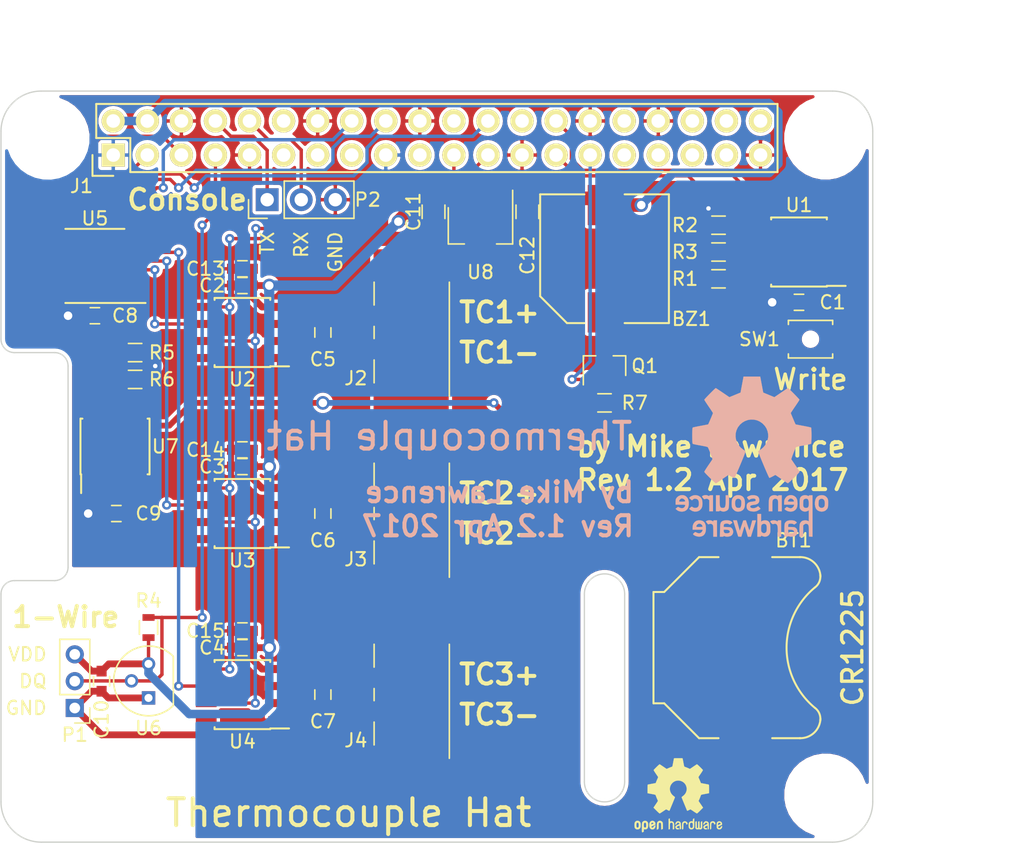
<source format=kicad_pcb>
(kicad_pcb (version 4) (host pcbnew 4.0.5)
  (layers (0 F.Cu signal) (31 B.Cu signal) (34 B.Paste user hide) (35 F.Paste user hide) (36 B.SilkS user) (37 F.SilkS user) (38 B.Mask user hide) (39 F.Mask user hide) (44 Edge.Cuts user))
  (net 0 "")
  (net 1 +3V3)
  (net 2 GND)
  (net 3 "Net-(J1-Pad11)")
  (net 4 "Net-(J1-Pad12)")
  (net 5 "Net-(J1-Pad13)")
  (net 6 "Net-(J1-Pad15)")
  (net 7 "Net-(J1-Pad19)")
  (net 8 "Net-(J1-Pad22)")
  (net 9 "Net-(J1-Pad26)")
  (net 10 "Net-(J1-Pad31)")
  (net 11 "Net-(J1-Pad32)")
  (net 12 "Net-(J1-Pad33)")
  (net 13 "Net-(J1-Pad35)")
  (net 14 "Net-(J1-Pad36)")
  (net 15 "Net-(J1-Pad37)")
  (net 16 "Net-(J1-Pad38)")
  (net 17 "Net-(J1-Pad40)")
  (net 18 "Net-(U5-Pad7)")
  (net 19 "Net-(U5-Pad9)")
  (net 20 "Net-(U5-Pad10)")
  (net 21 "Net-(U5-Pad11)")
  (net 22 "Net-(U5-Pad12)")
  (net 23 "Net-(R1-Pad2)")
  (net 24 "Net-(BT1-Pad1)")
  (net 25 "Net-(U7-Pad1)")
  (net 26 "Net-(U7-Pad3)")
  (net 27 "Net-(U7-Pad4)")
  (net 28 /TC1+)
  (net 29 /TC1-)
  (net 30 /TC2+)
  (net 31 /TC2-)
  (net 32 /TC3+)
  (net 33 /TC3-)
  (net 34 /T_SDA)
  (net 35 /T_SCL)
  (net 36 /T_OW)
  (net 37 /TC_A1)
  (net 38 /TC_A0)
  (net 39 /TC_MISO)
  (net 40 /TC_CLK)
  (net 41 /ID_SD)
  (net 42 /ID_SC)
  (net 43 /~TC_CS1~)
  (net 44 /~TC_CS2~)
  (net 45 /~TC_CS3~)
  (net 46 +5V)
  (net 47 "Net-(BZ1-Pad2)")
  (net 48 /ALERT)
  (net 49 /TX)
  (net 50 /RX)
  (net 51 /TC_CE)
  (net 52 +3.3VA)
  (module Housings_SOIC:SOIC-8_3.9x4.9mm_Pitch1.27mm (layer F.Cu) (at 44 61.5 180)
    (fp_text reference U3 (at 0 -3.5 180) (layer F.SilkS))
    (fp_text value MAX31855 hide)
    (pad 1 smd rect (at -2.7 -1.905 180) (size 1.55 0.6) (layers F.Cu F.Paste F.Mask) (net 2 GND))
    (pad 2 smd rect (at -2.7 -0.635 180) (size 1.55 0.6) (layers F.Cu F.Paste F.Mask) (net 31 /TC2-))
    (pad 3 smd rect (at -2.7 0.635 180) (size 1.55 0.6) (layers F.Cu F.Paste F.Mask) (net 30 /TC2+))
    (pad 4 smd rect (at -2.7 1.905 180) (size 1.55 0.6) (layers F.Cu F.Paste F.Mask) (net 52 +3.3VA))
    (pad 5 smd rect (at 2.7 1.905 180) (size 1.55 0.6) (layers F.Cu F.Paste F.Mask) (net 40 /TC_CLK))
    (pad 6 smd rect (at 2.7 0.635 180) (size 1.55 0.6) (layers F.Cu F.Paste F.Mask) (net 44 /~TC_CS2~))
    (pad 7 smd rect (at 2.7 -0.635 180) (size 1.55 0.6) (layers F.Cu F.Paste F.Mask) (net 39 /TC_MISO))
    (pad 8 smd rect (at 2.7 -1.905 180) (size 1.55 0.6) (layers F.Cu F.Paste F.Mask))
  )
  (module RPi_Hat:RPi_Hat_Mounting_Hole (layer F.Cu) (at 87.5 33.5)
    (fp_text reference "" hide)
    (fp_text value "" hide)
    (pad "" np_thru_hole circle (at 0 0) (size 2.75 2.75) (drill 2.75) (layers *.Cu *.Mask) (clearance 1.725))
  )
  (module RPi_Hat:RPi_Hat_Mounting_Hole (layer F.Cu) (at 87.5 82.5)
    (fp_text reference "" hide)
    (fp_text value "" hide)
    (pad "" np_thru_hole circle (at 0 0) (size 2.75 2.75) (drill 2.75) (layers *.Cu *.Mask) (clearance 1.725))
  )
  (module RPi_Hat:RPi_Hat_Mounting_Hole (layer F.Cu) (at 29.5 82.5)
    (fp_text reference "" hide)
    (fp_text value "" hide)
    (pad "" np_thru_hole circle (at 0 0) (size 2.75 2.75) (drill 2.75) (layers *.Cu *.Mask) (clearance 1.725))
  )
  (module RPi_Hat:RPi_Hat_Mounting_Hole (layer F.Cu) (at 29.5 33.5)
    (fp_text reference "" hide)
    (fp_text value "" hide)
    (pad "" np_thru_hole circle (at 0 0) (size 2.75 2.75) (drill 2.75) (layers *.Cu *.Mask) (clearance 1.725))
  )
  (module Connectors_Phoenix:PhoenixContact_PTSM0,5_2-2,5-V_SMD (layer F.Cu) (at 55 48 270)
    (fp_text reference J2 (at 4 3.5 360) (layer F.SilkS) (effects (justify left bottom)))
    (fp_text value "Push Terminal" hide)
    (pad 2 smd rect (at 1.25 1.58 90) (size 1.4 3.4) (layers F.Cu F.Paste F.Mask) (net 29 /TC1-))
    (pad 1 smd rect (at -1.25 1.58 90) (size 1.4 3.4) (layers F.Cu F.Paste F.Mask) (net 28 /TC1+))
    (pad "" smd rect (at 5.05 -1.58 90) (size 2.3 5.6) (layers F.Cu F.Paste F.Mask))
    (pad "" smd rect (at -5.05 -1.58 90) (size 2.3 5.6) (layers F.Cu F.Paste F.Mask))
  )
  (module Connectors_Phoenix:PhoenixContact_PTSM0,5_2-2,5-V_SMD (layer F.Cu) (at 55 61.5 270)
    (fp_text reference J3 (at 4 3.5 360) (layer F.SilkS) (effects (justify left bottom)))
    (fp_text value "Push Terminal" hide)
    (pad 2 smd rect (at 1.25 1.58 90) (size 1.4 3.4) (layers F.Cu F.Paste F.Mask) (net 31 /TC2-))
    (pad 1 smd rect (at -1.25 1.58 90) (size 1.4 3.4) (layers F.Cu F.Paste F.Mask) (net 30 /TC2+))
    (pad "" smd rect (at 5.05 -1.58 90) (size 2.3 5.6) (layers F.Cu F.Paste F.Mask))
    (pad "" smd rect (at -5.05 -1.58 90) (size 2.3 5.6) (layers F.Cu F.Paste F.Mask))
  )
  (module Connectors_Phoenix:PhoenixContact_PTSM0,5_2-2,5-V_SMD (layer F.Cu) (at 55 75 270)
    (fp_text reference J4 (at 4 3.5 360) (layer F.SilkS) (effects (justify left bottom)))
    (fp_text value "Push Terminal" hide)
    (pad 2 smd rect (at 1.25 1.58 90) (size 1.4 3.4) (layers F.Cu F.Paste F.Mask) (net 33 /TC3-))
    (pad 1 smd rect (at -1.25 1.58 90) (size 1.4 3.4) (layers F.Cu F.Paste F.Mask) (net 32 /TC3+))
    (pad "" smd rect (at 5.05 -1.58 90) (size 2.3 5.6) (layers F.Cu F.Paste F.Mask))
    (pad "" smd rect (at -5.05 -1.58 90) (size 2.3 5.6) (layers F.Cu F.Paste F.Mask))
  )
  (module Housings_SOIC:SOIC-8_3.9x4.9mm_Pitch1.27mm (layer F.Cu) (at 85.5 42 180)
    (fp_text reference U1 (at 0 3.5 180) (layer F.SilkS))
    (fp_text value AT24CS32 hide)
    (pad 1 smd rect (at -2.7 -1.905 180) (size 1.55 0.6) (layers F.Cu F.Paste F.Mask) (net 2 GND))
    (pad 2 smd rect (at -2.7 -0.635 180) (size 1.55 0.6) (layers F.Cu F.Paste F.Mask) (net 2 GND))
    (pad 3 smd rect (at -2.7 0.635 180) (size 1.55 0.6) (layers F.Cu F.Paste F.Mask) (net 2 GND))
    (pad 4 smd rect (at -2.7 1.905 180) (size 1.55 0.6) (layers F.Cu F.Paste F.Mask) (net 2 GND))
    (pad 5 smd rect (at 2.7 1.905 180) (size 1.55 0.6) (layers F.Cu F.Paste F.Mask) (net 41 /ID_SD))
    (pad 6 smd rect (at 2.7 0.635 180) (size 1.55 0.6) (layers F.Cu F.Paste F.Mask) (net 42 /ID_SC))
    (pad 7 smd rect (at 2.7 -0.635 180) (size 1.55 0.6) (layers F.Cu F.Paste F.Mask) (net 23 "Net-(R1-Pad2)"))
    (pad 8 smd rect (at 2.7 -1.905 180) (size 1.55 0.6) (layers F.Cu F.Paste F.Mask) (net 1 +3V3))
  )
  (module Housings_SOIC:SOIC-8_3.9x4.9mm_Pitch1.27mm (layer F.Cu) (at 44 48 180)
    (fp_text reference U2 (at 0 -3.5 180) (layer F.SilkS))
    (fp_text value MAX31855 hide)
    (pad 1 smd rect (at -2.7 -1.905 180) (size 1.55 0.6) (layers F.Cu F.Paste F.Mask) (net 2 GND))
    (pad 2 smd rect (at -2.7 -0.635 180) (size 1.55 0.6) (layers F.Cu F.Paste F.Mask) (net 29 /TC1-))
    (pad 3 smd rect (at -2.7 0.635 180) (size 1.55 0.6) (layers F.Cu F.Paste F.Mask) (net 28 /TC1+))
    (pad 4 smd rect (at -2.7 1.905 180) (size 1.55 0.6) (layers F.Cu F.Paste F.Mask) (net 52 +3.3VA))
    (pad 5 smd rect (at 2.7 1.905 180) (size 1.55 0.6) (layers F.Cu F.Paste F.Mask) (net 40 /TC_CLK))
    (pad 6 smd rect (at 2.7 0.635 180) (size 1.55 0.6) (layers F.Cu F.Paste F.Mask) (net 43 /~TC_CS1~))
    (pad 7 smd rect (at 2.7 -0.635 180) (size 1.55 0.6) (layers F.Cu F.Paste F.Mask) (net 39 /TC_MISO))
    (pad 8 smd rect (at 2.7 -1.905 180) (size 1.55 0.6) (layers F.Cu F.Paste F.Mask))
  )
  (module Housings_SOIC:SOIC-8_3.9x4.9mm_Pitch1.27mm (layer F.Cu) (at 44 75 180)
    (fp_text reference U4 (at 0 -3.5 180) (layer F.SilkS))
    (fp_text value MAX31855 hide)
    (pad 1 smd rect (at -2.7 -1.905 180) (size 1.55 0.6) (layers F.Cu F.Paste F.Mask) (net 2 GND))
    (pad 2 smd rect (at -2.7 -0.635 180) (size 1.55 0.6) (layers F.Cu F.Paste F.Mask) (net 33 /TC3-))
    (pad 3 smd rect (at -2.7 0.635 180) (size 1.55 0.6) (layers F.Cu F.Paste F.Mask) (net 32 /TC3+))
    (pad 4 smd rect (at -2.7 1.905 180) (size 1.55 0.6) (layers F.Cu F.Paste F.Mask) (net 52 +3.3VA))
    (pad 5 smd rect (at 2.7 1.905 180) (size 1.55 0.6) (layers F.Cu F.Paste F.Mask) (net 40 /TC_CLK))
    (pad 6 smd rect (at 2.7 0.635 180) (size 1.55 0.6) (layers F.Cu F.Paste F.Mask) (net 45 /~TC_CS3~))
    (pad 7 smd rect (at 2.7 -0.635 180) (size 1.55 0.6) (layers F.Cu F.Paste F.Mask) (net 39 /TC_MISO))
    (pad 8 smd rect (at 2.7 -1.905 180) (size 1.55 0.6) (layers F.Cu F.Paste F.Mask))
  )
  (module Housings_SSOP:TSSOP-16_4.4x5mm_Pitch0.65mm (layer F.Cu) (at 33 43 180)
    (fp_text reference U5 (at 0 3.5 180) (layer F.SilkS))
    (fp_text value 74LVC139 hide)
    (pad 1 smd rect (at -2.95 -2.275 180) (size 1.5 0.45) (layers F.Cu F.Paste F.Mask) (net 51 /TC_CE))
    (pad 2 smd rect (at -2.95 -1.625 180) (size 1.5 0.45) (layers F.Cu F.Paste F.Mask) (net 38 /TC_A0))
    (pad 3 smd rect (at -2.95 -0.975 180) (size 1.5 0.45) (layers F.Cu F.Paste F.Mask) (net 37 /TC_A1))
    (pad 4 smd rect (at -2.95 -0.325 180) (size 1.5 0.45) (layers F.Cu F.Paste F.Mask) (net 43 /~TC_CS1~))
    (pad 5 smd rect (at -2.95 0.325 180) (size 1.5 0.45) (layers F.Cu F.Paste F.Mask) (net 44 /~TC_CS2~))
    (pad 6 smd rect (at -2.95 0.975 180) (size 1.5 0.45) (layers F.Cu F.Paste F.Mask) (net 45 /~TC_CS3~))
    (pad 7 smd rect (at -2.95 1.625 180) (size 1.5 0.45) (layers F.Cu F.Paste F.Mask) (net 18 "Net-(U5-Pad7)"))
    (pad 8 smd rect (at -2.95 2.275 180) (size 1.5 0.45) (layers F.Cu F.Paste F.Mask) (net 2 GND))
    (pad 9 smd rect (at 2.95 2.275 180) (size 1.5 0.45) (layers F.Cu F.Paste F.Mask) (net 19 "Net-(U5-Pad9)"))
    (pad 10 smd rect (at 2.95 1.625 180) (size 1.5 0.45) (layers F.Cu F.Paste F.Mask) (net 20 "Net-(U5-Pad10)"))
    (pad 11 smd rect (at 2.95 0.975 180) (size 1.5 0.45) (layers F.Cu F.Paste F.Mask) (net 21 "Net-(U5-Pad11)"))
    (pad 12 smd rect (at 2.95 0.325 180) (size 1.5 0.45) (layers F.Cu F.Paste F.Mask) (net 22 "Net-(U5-Pad12)"))
    (pad 13 smd rect (at 2.95 -0.325 180) (size 1.5 0.45) (layers F.Cu F.Paste F.Mask) (net 1 +3V3))
    (pad 14 smd rect (at 2.95 -0.975 180) (size 1.5 0.45) (layers F.Cu F.Paste F.Mask) (net 1 +3V3))
    (pad 15 smd rect (at 2.95 -1.625 180) (size 1.5 0.45) (layers F.Cu F.Paste F.Mask) (net 1 +3V3))
    (pad 16 smd rect (at 2.95 -2.275 180) (size 1.5 0.45) (layers F.Cu F.Paste F.Mask) (net 1 +3V3))
  )
  (module Capacitors_SMD:C_0603 (layer F.Cu) (at 33 46.75 180)
    (fp_text reference C8 (at -2.25 0 180) (layer F.SilkS))
    (fp_text value 0.1uF hide)
    (pad 1 smd rect (at -0.75 0 180) (size 0.8 0.75) (layers F.Cu F.Paste F.Mask) (net 2 GND))
    (pad 2 smd rect (at 0.75 0 180) (size 0.8 0.75) (layers F.Cu F.Paste F.Mask) (net 1 +3V3))
  )
  (module Capacitors_SMD:C_0603 (layer F.Cu) (at 85.5 45.75)
    (fp_text reference C1 (at 2.5 0) (layer F.SilkS))
    (fp_text value 0.1uF hide)
    (pad 1 smd rect (at -0.75 0) (size 0.8 0.75) (layers F.Cu F.Paste F.Mask) (net 1 +3V3))
    (pad 2 smd rect (at 0.75 0) (size 0.8 0.75) (layers F.Cu F.Paste F.Mask) (net 2 GND))
  )
  (module Capacitors_SMD:C_0603 (layer F.Cu) (at 44 44.5 180)
    (fp_text reference C2 (at 2.25 0 180) (layer F.SilkS))
    (fp_text value 0.1uF hide)
    (pad 1 smd rect (at -0.75 0 180) (size 0.8 0.75) (layers F.Cu F.Paste F.Mask) (net 52 +3.3VA))
    (pad 2 smd rect (at 0.75 0 180) (size 0.8 0.75) (layers F.Cu F.Paste F.Mask) (net 2 GND))
  )
  (module Capacitors_SMD:C_0603 (layer F.Cu) (at 44 58 180)
    (fp_text reference C3 (at 2.25 0 180) (layer F.SilkS))
    (fp_text value 0.1uF hide)
    (pad 1 smd rect (at -0.75 0 180) (size 0.8 0.75) (layers F.Cu F.Paste F.Mask) (net 52 +3.3VA))
    (pad 2 smd rect (at 0.75 0 180) (size 0.8 0.75) (layers F.Cu F.Paste F.Mask) (net 2 GND))
  )
  (module Capacitors_SMD:C_0603 (layer F.Cu) (at 44 71.5 180)
    (fp_text reference C4 (at 2.25 0 180) (layer F.SilkS))
    (fp_text value 0.1uF hide)
    (pad 1 smd rect (at -0.75 0 180) (size 0.8 0.75) (layers F.Cu F.Paste F.Mask) (net 52 +3.3VA))
    (pad 2 smd rect (at 0.75 0 180) (size 0.8 0.75) (layers F.Cu F.Paste F.Mask) (net 2 GND))
  )
  (module Capacitors_SMD:C_0603 (layer F.Cu) (at 50 48 270)
    (fp_text reference C5 (at 2 0 360) (layer F.SilkS))
    (fp_text value 10nF hide)
    (pad 1 smd rect (at -0.75 0 270) (size 0.8 0.75) (layers F.Cu F.Paste F.Mask) (net 28 /TC1+))
    (pad 2 smd rect (at 0.75 0 270) (size 0.8 0.75) (layers F.Cu F.Paste F.Mask) (net 29 /TC1-))
  )
  (module Capacitors_SMD:C_0603 (layer F.Cu) (at 50 61.5 270)
    (fp_text reference C6 (at 2 0 360) (layer F.SilkS))
    (fp_text value 10nF hide)
    (pad 1 smd rect (at -0.75 0 270) (size 0.8 0.75) (layers F.Cu F.Paste F.Mask) (net 30 /TC2+))
    (pad 2 smd rect (at 0.75 0 270) (size 0.8 0.75) (layers F.Cu F.Paste F.Mask) (net 31 /TC2-))
  )
  (module Capacitors_SMD:C_0603 (layer F.Cu) (at 50 75 270)
    (fp_text reference C7 (at 2 0 360) (layer F.SilkS))
    (fp_text value 10nF hide)
    (pad 1 smd rect (at -0.75 0 270) (size 0.8 0.75) (layers F.Cu F.Paste F.Mask) (net 32 /TC3+))
    (pad 2 smd rect (at 0.75 0 270) (size 0.8 0.75) (layers F.Cu F.Paste F.Mask) (net 33 /TC3-))
  )
  (module raspberry-ml:Pin_Header_Straight_2x20 (layer F.Cu) (at 58.5 33.5 90)
    (fp_text reference J1 (at -3.584 -26.496 360) (layer F.SilkS))
    (fp_text value RPi_GPIO hide)
    (pad 1 thru_hole rect (at -1.27 -24.13 90) (size 1.7272 1.7272) (drill 1.016) (layers *.Cu *.Mask F.SilkS) (net 1 +3V3))
    (pad 2 thru_hole oval (at 1.27 -24.13 90) (size 1.7272 1.7272) (drill 1.016) (layers *.Cu *.Mask F.SilkS) (net 46 +5V))
    (pad 3 thru_hole oval (at -1.27 -21.59 90) (size 1.7272 1.7272) (drill 1.016) (layers *.Cu *.Mask F.SilkS) (net 34 /T_SDA))
    (pad 4 thru_hole oval (at 1.27 -21.59 90) (size 1.7272 1.7272) (drill 1.016) (layers *.Cu *.Mask F.SilkS) (net 46 +5V))
    (pad 5 thru_hole oval (at -1.27 -19.05 90) (size 1.7272 1.7272) (drill 1.016) (layers *.Cu *.Mask F.SilkS) (net 35 /T_SCL))
    (pad 6 thru_hole oval (at 1.27 -19.05 90) (size 1.7272 1.7272) (drill 1.016) (layers *.Cu *.Mask F.SilkS) (net 2 GND))
    (pad 7 thru_hole oval (at -1.27 -16.51 90) (size 1.7272 1.7272) (drill 1.016) (layers *.Cu *.Mask F.SilkS) (net 36 /T_OW))
    (pad 8 thru_hole oval (at 1.27 -16.51 90) (size 1.7272 1.7272) (drill 1.016) (layers *.Cu *.Mask F.SilkS) (net 49 /TX))
    (pad 9 thru_hole oval (at -1.27 -13.97 90) (size 1.7272 1.7272) (drill 1.016) (layers *.Cu *.Mask F.SilkS) (net 2 GND))
    (pad 10 thru_hole oval (at 1.27 -13.97 90) (size 1.7272 1.7272) (drill 1.016) (layers *.Cu *.Mask F.SilkS) (net 50 /RX))
    (pad 11 thru_hole oval (at -1.27 -11.43 90) (size 1.7272 1.7272) (drill 1.016) (layers *.Cu *.Mask F.SilkS) (net 3 "Net-(J1-Pad11)"))
    (pad 12 thru_hole oval (at 1.27 -11.43 90) (size 1.7272 1.7272) (drill 1.016) (layers *.Cu *.Mask F.SilkS) (net 4 "Net-(J1-Pad12)"))
    (pad 13 thru_hole oval (at -1.27 -8.89 90) (size 1.7272 1.7272) (drill 1.016) (layers *.Cu *.Mask F.SilkS) (net 5 "Net-(J1-Pad13)"))
    (pad 14 thru_hole oval (at 1.27 -8.89 90) (size 1.7272 1.7272) (drill 1.016) (layers *.Cu *.Mask F.SilkS) (net 2 GND))
    (pad 15 thru_hole oval (at -1.27 -6.35 90) (size 1.7272 1.7272) (drill 1.016) (layers *.Cu *.Mask F.SilkS) (net 6 "Net-(J1-Pad15)"))
    (pad 16 thru_hole oval (at 1.27 -6.35 90) (size 1.7272 1.7272) (drill 1.016) (layers *.Cu *.Mask F.SilkS) (net 37 /TC_A1))
    (pad 17 thru_hole oval (at -1.27 -3.81 90) (size 1.7272 1.7272) (drill 1.016) (layers *.Cu *.Mask F.SilkS) (net 1 +3V3))
    (pad 18 thru_hole oval (at 1.27 -3.81 90) (size 1.7272 1.7272) (drill 1.016) (layers *.Cu *.Mask F.SilkS) (net 38 /TC_A0))
    (pad 19 thru_hole oval (at -1.27 -1.27 90) (size 1.7272 1.7272) (drill 1.016) (layers *.Cu *.Mask F.SilkS) (net 7 "Net-(J1-Pad19)"))
    (pad 20 thru_hole oval (at 1.27 -1.27 90) (size 1.7272 1.7272) (drill 1.016) (layers *.Cu *.Mask F.SilkS) (net 2 GND))
    (pad 21 thru_hole oval (at -1.27 1.27 90) (size 1.7272 1.7272) (drill 1.016) (layers *.Cu *.Mask F.SilkS) (net 39 /TC_MISO))
    (pad 22 thru_hole oval (at 1.27 1.27 90) (size 1.7272 1.7272) (drill 1.016) (layers *.Cu *.Mask F.SilkS) (net 8 "Net-(J1-Pad22)"))
    (pad 23 thru_hole oval (at -1.27 3.81 90) (size 1.7272 1.7272) (drill 1.016) (layers *.Cu *.Mask F.SilkS) (net 40 /TC_CLK))
    (pad 24 thru_hole oval (at 1.27 3.81 90) (size 1.7272 1.7272) (drill 1.016) (layers *.Cu *.Mask F.SilkS) (net 51 /TC_CE))
    (pad 25 thru_hole oval (at -1.27 6.35 90) (size 1.7272 1.7272) (drill 1.016) (layers *.Cu *.Mask F.SilkS) (net 2 GND))
    (pad 26 thru_hole oval (at 1.27 6.35 90) (size 1.7272 1.7272) (drill 1.016) (layers *.Cu *.Mask F.SilkS) (net 9 "Net-(J1-Pad26)"))
    (pad 27 thru_hole oval (at -1.27 8.89 90) (size 1.7272 1.7272) (drill 1.016) (layers *.Cu *.Mask F.SilkS) (net 41 /ID_SD))
    (pad 28 thru_hole oval (at 1.27 8.89 90) (size 1.7272 1.7272) (drill 1.016) (layers *.Cu *.Mask F.SilkS) (net 42 /ID_SC))
    (pad 29 thru_hole oval (at -1.27 11.43 90) (size 1.7272 1.7272) (drill 1.016) (layers *.Cu *.Mask F.SilkS) (net 48 /ALERT))
    (pad 30 thru_hole oval (at 1.27 11.43 90) (size 1.7272 1.7272) (drill 1.016) (layers *.Cu *.Mask F.SilkS) (net 2 GND))
    (pad 31 thru_hole oval (at -1.27 13.97 90) (size 1.7272 1.7272) (drill 1.016) (layers *.Cu *.Mask F.SilkS) (net 10 "Net-(J1-Pad31)"))
    (pad 32 thru_hole oval (at 1.27 13.97 90) (size 1.7272 1.7272) (drill 1.016) (layers *.Cu *.Mask F.SilkS) (net 11 "Net-(J1-Pad32)"))
    (pad 33 thru_hole oval (at -1.27 16.51 90) (size 1.7272 1.7272) (drill 1.016) (layers *.Cu *.Mask F.SilkS) (net 12 "Net-(J1-Pad33)"))
    (pad 34 thru_hole oval (at 1.27 16.51 90) (size 1.7272 1.7272) (drill 1.016) (layers *.Cu *.Mask F.SilkS) (net 2 GND))
    (pad 35 thru_hole oval (at -1.27 19.05 90) (size 1.7272 1.7272) (drill 1.016) (layers *.Cu *.Mask F.SilkS) (net 13 "Net-(J1-Pad35)"))
    (pad 36 thru_hole oval (at 1.27 19.05 90) (size 1.7272 1.7272) (drill 1.016) (layers *.Cu *.Mask F.SilkS) (net 14 "Net-(J1-Pad36)"))
    (pad 37 thru_hole oval (at -1.27 21.59 90) (size 1.7272 1.7272) (drill 1.016) (layers *.Cu *.Mask F.SilkS) (net 15 "Net-(J1-Pad37)"))
    (pad 38 thru_hole oval (at 1.27 21.59 90) (size 1.7272 1.7272) (drill 1.016) (layers *.Cu *.Mask F.SilkS) (net 16 "Net-(J1-Pad38)"))
    (pad 39 thru_hole oval (at -1.27 24.13 90) (size 1.7272 1.7272) (drill 1.016) (layers *.Cu *.Mask F.SilkS) (net 2 GND))
    (pad 40 thru_hole oval (at 1.27 24.13 90) (size 1.7272 1.7272) (drill 1.016) (layers *.Cu *.Mask F.SilkS) (net 17 "Net-(J1-Pad40)"))
  )
  (module Resistors_SMD:R_0603 (layer F.Cu) (at 79.5 44)
    (fp_text reference R1 (at -2.5 0) (layer F.SilkS))
    (fp_text value 1k hide)
    (pad 1 smd rect (at -0.75 0) (size 0.5 0.9) (layers F.Cu F.Paste F.Mask) (net 1 +3V3))
    (pad 2 smd rect (at 0.75 0) (size 0.5 0.9) (layers F.Cu F.Paste F.Mask) (net 23 "Net-(R1-Pad2)"))
  )
  (module Resistors_SMD:R_0603 (layer F.Cu) (at 79.5 40)
    (fp_text reference R2 (at -2.5 0) (layer F.SilkS))
    (fp_text value 3.9k hide)
    (pad 1 smd rect (at -0.75 0) (size 0.5 0.9) (layers F.Cu F.Paste F.Mask) (net 1 +3V3))
    (pad 2 smd rect (at 0.75 0) (size 0.5 0.9) (layers F.Cu F.Paste F.Mask) (net 41 /ID_SD))
  )
  (module Resistors_SMD:R_0603 (layer F.Cu) (at 79.5 42)
    (fp_text reference R3 (at -2.5 0) (layer F.SilkS))
    (fp_text value 3.9k hide)
    (pad 1 smd rect (at -0.75 0) (size 0.5 0.9) (layers F.Cu F.Paste F.Mask) (net 1 +3V3))
    (pad 2 smd rect (at 0.75 0) (size 0.5 0.9) (layers F.Cu F.Paste F.Mask) (net 42 /ID_SC))
  )
  (module Buttons_Switches_SMD:SW_SPST_B3U-1000P-B (layer F.Cu) (at 86.36 48.5)
    (fp_text reference SW1 (at -3.81 0 180) (layer F.SilkS))
    (fp_text value Write hide)
    (pad 1 smd rect (at -1.7 0) (size 0.9 1.7) (layers F.Cu F.Paste F.Mask) (net 23 "Net-(R1-Pad2)"))
    (pad 2 smd rect (at 1.7 0) (size 0.9 1.7) (layers F.Cu F.Paste F.Mask) (net 2 GND))
    (pad "" np_thru_hole circle (at 0 0) (size 0.8 0.8) (drill 0.8) (layers *.Cu *.Mask))
  )
  (module Resistors_SMD:R_0603 (layer F.Cu) (at 37 70 90)
    (fp_text reference R4 (at 2 0 360) (layer F.SilkS))
    (fp_text value 4.7k hide)
    (pad 1 smd rect (at -0.75 0 90) (size 0.5 0.9) (layers F.Cu F.Paste F.Mask) (net 52 +3.3VA))
    (pad 2 smd rect (at 0.75 0 90) (size 0.5 0.9) (layers F.Cu F.Paste F.Mask) (net 36 /T_OW))
  )
  (module Capacitors_SMD:C_0603 (layer F.Cu) (at 34.6 61.5)
    (fp_text reference C9 (at 2.4 0) (layer F.SilkS))
    (fp_text value 0.1uF hide)
    (pad 1 smd rect (at -0.75 0) (size 0.8 0.75) (layers F.Cu F.Paste F.Mask) (net 1 +3V3))
    (pad 2 smd rect (at 0.75 0) (size 0.8 0.75) (layers F.Cu F.Paste F.Mask) (net 2 GND))
  )
  (module Housings_SOIC:SOIC-8_3.9x4.9mm_Pitch1.27mm (layer F.Cu) (at 34.5 56.5 90)
    (fp_text reference U7 (at 0 3.75 360) (layer F.SilkS))
    (fp_text value DS3231M hide)
    (pad 1 smd rect (at -2.7 -1.905 90) (size 1.55 0.6) (layers F.Cu F.Paste F.Mask) (net 25 "Net-(U7-Pad1)"))
    (pad 2 smd rect (at -2.7 -0.635 90) (size 1.55 0.6) (layers F.Cu F.Paste F.Mask) (net 1 +3V3))
    (pad 3 smd rect (at -2.7 0.635 90) (size 1.55 0.6) (layers F.Cu F.Paste F.Mask) (net 26 "Net-(U7-Pad3)"))
    (pad 4 smd rect (at -2.7 1.905 90) (size 1.55 0.6) (layers F.Cu F.Paste F.Mask) (net 27 "Net-(U7-Pad4)"))
    (pad 5 smd rect (at 2.7 1.905 90) (size 1.55 0.6) (layers F.Cu F.Paste F.Mask) (net 2 GND))
    (pad 6 smd rect (at 2.7 0.635 90) (size 1.55 0.6) (layers F.Cu F.Paste F.Mask) (net 24 "Net-(BT1-Pad1)"))
    (pad 7 smd rect (at 2.7 -0.635 90) (size 1.55 0.6) (layers F.Cu F.Paste F.Mask) (net 34 /T_SDA))
    (pad 8 smd rect (at 2.7 -1.905 90) (size 1.55 0.6) (layers F.Cu F.Paste F.Mask) (net 35 /T_SCL))
  )
  (module Battery_Holders:Keystone_3000_1x12mm-CoinCell (layer F.Cu) (at 81.5 71.5 90)
    (fp_text reference BT1 (at 8 3.59 360) (layer F.SilkS))
    (fp_text value CR1225 hide)
    (pad 1 smd rect (at -7.9 0 90) (size 3.5 3.3) (layers F.Cu F.Paste F.Mask) (net 24 "Net-(BT1-Pad1)"))
    (pad 1 smd rect (at 7.9 0 90) (size 3.5 3.3) (layers F.Cu F.Paste F.Mask) (net 24 "Net-(BT1-Pad1)"))
    (pad 2 smd rect (at 0 0 90) (size 4 4) (layers F.Cu F.Mask) (net 2 GND))
  )
  (module Resistors_SMD:R_0603 (layer F.Cu) (at 36 49.5 180)
    (fp_text reference R5 (at -2 0 180) (layer F.SilkS))
    (fp_text value DNI hide)
    (pad 1 smd rect (at -0.75 0 180) (size 0.5 0.9) (layers F.Cu F.Paste F.Mask) (net 1 +3V3))
    (pad 2 smd rect (at 0.75 0 180) (size 0.5 0.9) (layers F.Cu F.Paste F.Mask) (net 34 /T_SDA))
  )
  (module Resistors_SMD:R_0603 (layer F.Cu) (at 36 51.5 180)
    (fp_text reference R6 (at -2 0 180) (layer F.SilkS))
    (fp_text value DNI hide)
    (pad 1 smd rect (at -0.75 0 180) (size 0.5 0.9) (layers F.Cu F.Paste F.Mask) (net 1 +3V3))
    (pad 2 smd rect (at 0.75 0 180) (size 0.5 0.9) (layers F.Cu F.Paste F.Mask) (net 35 /T_SCL))
  )
  (module TO_SOT_Packages_THT:TO-92_Molded_Narrow (layer F.Cu) (at 37 75.25 90)
    (fp_text reference U6 (at -2.25 0 180) (layer F.SilkS))
    (fp_text value DS18S20 hide)
    (pad 2 thru_hole circle (at 1.27 -1.27 180) (size 1 1) (drill 0.6) (layers *.Cu *.Mask) (net 36 /T_OW))
    (pad 3 thru_hole circle (at 2.54 0 180) (size 1 1) (drill 0.6) (layers *.Cu *.Mask) (net 52 +3.3VA))
    (pad 1 thru_hole rect (at 0 0 180) (size 1 1) (drill 0.6) (layers *.Cu *.Mask) (net 2 GND))
  )
  (module cui-ml:CMI-9655S-SMT (layer F.Cu) (at 71 42.5 270)
    (fp_text reference BZ1 (at 4.49 -6.47 360) (layer F.SilkS))
    (fp_text value Buzzer hide)
    (pad 1 smd rect (at -4 0 270) (size 3 2.5) (layers F.Cu F.Paste F.Mask) (net 46 +5V))
    (pad 2 smd rect (at 4 0 270) (size 3 2.5) (layers F.Cu F.Paste F.Mask) (net 47 "Net-(BZ1-Pad2)"))
  )
  (module TO_SOT_Packages_SMD:SOT-23 (layer F.Cu) (at 71 50.5 90)
    (fp_text reference Q1 (at 0 3 360) (layer F.SilkS))
    (fp_text value NUD3124 hide)
    (pad 1 smd rect (at -1 -0.95 90) (size 0.9 0.8) (layers F.Cu F.Paste F.Mask) (net 48 /ALERT))
    (pad 2 smd rect (at -1 0.95 90) (size 0.9 0.8) (layers F.Cu F.Paste F.Mask) (net 2 GND))
    (pad 3 smd rect (at 1 0 90) (size 0.9 0.8) (layers F.Cu F.Paste F.Mask) (net 47 "Net-(BZ1-Pad2)"))
  )
  (module Capacitors_SMD:C_0603 (layer F.Cu) (at 33.5 74 90)
    (fp_text reference C10 (at -2.835 0 90) (layer F.SilkS))
    (fp_text value 0.1uF hide)
    (pad 1 smd rect (at -0.75 0 90) (size 0.8 0.75) (layers F.Cu F.Paste F.Mask) (net 2 GND))
    (pad 2 smd rect (at 0.75 0 90) (size 0.8 0.75) (layers F.Cu F.Paste F.Mask) (net 52 +3.3VA))
  )
  (module Pin_Headers:Pin_Header_Straight_1x03_Pitch2.00mm (layer F.Cu) (at 31.5 76 180)
    (fp_text reference P1 (at 0 -2 180) (layer F.SilkS))
    (fp_text value CONN_01X03 hide)
    (pad 1 thru_hole rect (at 0 0 180) (size 1.35 1.35) (drill 0.8) (layers *.Cu *.Mask) (net 2 GND))
    (pad 2 thru_hole oval (at 0 2 180) (size 1.35 1.35) (drill 0.8) (layers *.Cu *.Mask) (net 36 /T_OW))
    (pad 3 thru_hole oval (at 0 4 180) (size 1.35 1.35) (drill 0.8) (layers *.Cu *.Mask) (net 52 +3.3VA))
  )
  (module Pin_Headers:Pin_Header_Straight_1x03_Pitch2.54mm (layer F.Cu) (at 45.847 38.1 90)
    (fp_text reference P2 (at 0 7.493 180) (layer F.SilkS))
    (fp_text value CONN_01X03 hide)
    (pad 1 thru_hole rect (at 0 0 90) (size 1.7 1.7) (drill 1) (layers *.Cu *.Mask) (net 49 /TX))
    (pad 2 thru_hole oval (at 0 2.54 90) (size 1.7 1.7) (drill 1) (layers *.Cu *.Mask) (net 50 /RX))
    (pad 3 thru_hole oval (at 0 5.08 90) (size 1.7 1.7) (drill 1) (layers *.Cu *.Mask) (net 2 GND))
  )
  (module Symbols:OSHW-Logo_11.4x12mm_SilkScreen (layer B.Cu) (at 82 57.25 180)
    (fp_text reference REF*** hide)
    (fp_text value OSHW-Logo_11.4x12mm_SilkScreen hide)
  )
  (module Symbols:OSHW-Logo2_7.3x6mm_SilkScreen (layer F.Cu) (at 76.5 82.5)
    (fp_text reference REF*** hide)
    (fp_text value OSHW-Logo2_7.3x6mm_SilkScreen hide)
  )
  (module Resistors_SMD:R_0603 (layer F.Cu) (at 71 53.25 180)
    (fp_text reference R7 (at -2.25 0 180) (layer F.SilkS))
    (fp_text value 4.7k hide)
    (pad 1 smd rect (at -0.75 0 180) (size 0.5 0.9) (layers F.Cu F.Paste F.Mask) (net 2 GND))
    (pad 2 smd rect (at 0.75 0 180) (size 0.5 0.9) (layers F.Cu F.Paste F.Mask) (net 48 /ALERT))
  )
  (module Capacitors_SMD:C_0805 (layer F.Cu) (at 58.25 39 270)
    (fp_text reference C11 (at 0 1.5 450) (layer F.SilkS))
    (fp_text value 2.2uF hide)
    (pad 1 smd rect (at -1 0 270) (size 1 1.25) (layers F.Cu F.Paste F.Mask) (net 52 +3.3VA))
    (pad 2 smd rect (at 1 0 270) (size 1 1.25) (layers F.Cu F.Paste F.Mask) (net 2 GND))
  )
  (module Capacitors_SMD:C_0805 (layer F.Cu) (at 65.25 39 270)
    (fp_text reference C12 (at 3.25 0 450) (layer F.SilkS))
    (fp_text value 2.2uF hide)
    (pad 1 smd rect (at -1 0 270) (size 1 1.25) (layers F.Cu F.Paste F.Mask) (net 46 +5V))
    (pad 2 smd rect (at 1 0 270) (size 1 1.25) (layers F.Cu F.Paste F.Mask) (net 2 GND))
  )
  (module Capacitors_SMD:C_0603 (layer F.Cu) (at 44 43.25)
    (fp_text reference C13 (at -2.75 0) (layer F.SilkS))
    (fp_text value 10nF hide)
    (pad 1 smd rect (at -0.75 0) (size 0.8 0.75) (layers F.Cu F.Paste F.Mask) (net 2 GND))
    (pad 2 smd rect (at 0.75 0) (size 0.8 0.75) (layers F.Cu F.Paste F.Mask) (net 52 +3.3VA))
  )
  (module Capacitors_SMD:C_0603 (layer F.Cu) (at 44 56.75)
    (fp_text reference C14 (at -2.75 0) (layer F.SilkS))
    (fp_text value 10nF hide)
    (pad 1 smd rect (at -0.75 0) (size 0.8 0.75) (layers F.Cu F.Paste F.Mask) (net 2 GND))
    (pad 2 smd rect (at 0.75 0) (size 0.8 0.75) (layers F.Cu F.Paste F.Mask) (net 52 +3.3VA))
  )
  (module Capacitors_SMD:C_0603 (layer F.Cu) (at 44 70.25)
    (fp_text reference C15 (at -2.75 0) (layer F.SilkS))
    (fp_text value 10nF hide)
    (pad 1 smd rect (at -0.75 0) (size 0.8 0.75) (layers F.Cu F.Paste F.Mask) (net 2 GND))
    (pad 2 smd rect (at 0.75 0) (size 0.8 0.75) (layers F.Cu F.Paste F.Mask) (net 52 +3.3VA))
  )
  (module TO_SOT_Packages_SMD:SOT89-3_Housing (layer F.Cu) (at 61.75 39.62 270)
    (fp_text reference U8 (at 3.88 0 360) (layer F.SilkS))
    (fp_text value MCP1754ST hide)
    (pad 1 smd rect (at -1.48 -1.5 180) (size 1 1.5) (layers F.Cu F.Paste F.Mask) (net 46 +5V))
    (pad 2 smd rect (at -1.48 0 180) (size 1 1.5) (layers F.Cu F.Paste F.Mask) (net 2 GND))
    (pad 3 smd rect (at -1.48 1.5 180) (size 1 1.5) (layers F.Cu F.Paste F.Mask) (net 52 +3.3VA))
    (pad 2 smd rect (at 1.48 0 180) (size 2 3) (layers F.Cu F.Paste F.Mask) (net 2 GND))
    (pad 2 smd trapezoid (at -0.37 0) (size 1.5 0.75) (rect_delta 0 0.5) (layers F.Cu F.Paste F.Mask) (net 2 GND))
  )
  (gr_text "Rev 1.2 Apr 2017\n" (at 73.35 62.445) (layer B.SilkS) (effects (font (size 1.5 1.5) (thickness 0.3)) (justify left mirror)))
  (gr_text "by Mike Lawrence" (at 73.35 59.905) (layer B.SilkS) (effects (font (size 1.5 1.5) (thickness 0.3)) (justify left mirror)))
  (gr_text "Thermocouple Hat" (at 73.25 55.75) (layer B.SilkS) (effects (font (size 2 2) (thickness 0.3)) (justify left mirror)))
  (gr_text 1-Wire (at 26.67 69.215) (layer F.SilkS) (effects (font (size 1.5 1.5) (thickness 0.3)) (justify left)))
  (gr_text Console (at 35.25 38.1) (layer F.SilkS) (effects (font (size 1.5 1.5) (thickness 0.3)) (justify left)))
  (gr_text GND (at 50.927 40.386 90) (layer F.SilkS) (effects (font (size 1 1)) (justify right)))
  (gr_text RX (at 48.387 40.386 90) (layer F.SilkS) (effects (font (size 1 1)) (justify right)))
  (gr_text TX (at 45.847 40.386 90) (layer F.SilkS) (effects (font (size 1 1)) (justify right)))
  (gr_text GND (at 29.5 76) (layer F.SilkS) (effects (font (size 1 1)) (justify right)))
  (gr_text DQ (at 29.5 74) (layer F.SilkS) (effects (font (size 1 1)) (justify right)))
  (gr_text VDD (at 29.5 72) (layer F.SilkS) (effects (font (size 1 1)) (justify right)))
  (gr_text CR1225 (at 89.5 71.5 90) (layer F.SilkS) (effects (font (size 1.5 1.5) (thickness 0.25))))
  (gr_text TC3- (at 60 76.5) (layer F.SilkS) (effects (font (size 1.5 1.5) (thickness 0.3)) (justify left)))
  (gr_text TC3+ (at 60 73.5) (layer F.SilkS) (effects (font (size 1.5 1.5) (thickness 0.3)) (justify left)))
  (gr_text TC2- (at 60 63) (layer F.SilkS) (effects (font (size 1.5 1.5) (thickness 0.3)) (justify left)))
  (gr_text TC2+ (at 60 60) (layer F.SilkS) (effects (font (size 1.5 1.5) (thickness 0.3)) (justify left)))
  (gr_text TC1- (at 60 49.5) (layer F.SilkS) (effects (font (size 1.5 1.5) (thickness 0.3)) (justify left)))
  (gr_text TC1+ (at 60 46.5) (layer F.SilkS) (effects (font (size 1.5 1.5) (thickness 0.3)) (justify left)))
  (gr_text Write (at 86.36 51.5) (layer F.SilkS) (effects (font (size 1.5 1.5) (thickness 0.25))))
  (gr_text "Rev 1.2 Apr 2017\n" (at 68.75 59) (layer F.SilkS) (effects (font (size 1.5 1.5) (thickness 0.3)) (justify left)))
  (gr_text "by Mike Lawrence" (at 68.75 56.5) (layer F.SilkS) (effects (font (size 1.5 1.5) (thickness 0.3)) (justify left)))
  (gr_text "Thermocouple Hat" (at 38.1 83.82) (layer F.SilkS) (effects (font (size 2 2) (thickness 0.3)) (justify left)))
  (gr_arc (start 88 33) (end 88 30) (angle 90) (layer Edge.Cuts) (width 0.1))
  (gr_line (start 29 30) (end 88 30) (angle 90) (layer Edge.Cuts) (width 0.1))
  (gr_arc (start 29 33) (end 26 33) (angle 90) (layer Edge.Cuts) (width 0.1))
  (gr_arc (start 71 81.5) (end 69.5 81.5) (angle -180) (layer Edge.Cuts) (width 0.1))
  (gr_arc (start 71 67.5) (end 69.5 67.5) (angle 180) (layer Edge.Cuts) (width 0.1))
  (gr_line (start 72.5 67.5) (end 72.5 81.5) (angle 90) (layer Edge.Cuts) (width 0.1))
  (gr_line (start 69.5 67.5) (end 69.5 81.5) (angle 90) (layer Edge.Cuts) (width 0.1))
  (gr_arc (start 27 67.5) (end 26 67.5) (angle 90) (layer Edge.Cuts) (width 0.1))
  (gr_arc (start 30 65.5) (end 31 65.5) (angle 90) (layer Edge.Cuts) (width 0.1))
  (gr_arc (start 30 50.5) (end 30 49.5) (angle 90) (layer Edge.Cuts) (width 0.1))
  (gr_arc (start 27 48.5) (end 27 49.5) (angle 90) (layer Edge.Cuts) (width 0.1))
  (gr_arc (start 88 83) (end 91 83) (angle 90) (layer Edge.Cuts) (width 0.1))
  (gr_arc (start 29 83) (end 29 86) (angle 90) (layer Edge.Cuts) (width 0.1))
  (gr_line (start 26 67.5) (end 26 83) (layer Edge.Cuts) (width 0.1))
  (gr_line (start 26 33) (end 26 48.5) (layer Edge.Cuts) (width 0.1))
  (gr_line (start 27 66.5) (end 30 66.5) (layer Edge.Cuts) (width 0.1))
  (gr_line (start 27 49.5) (end 30 49.5) (layer Edge.Cuts) (width 0.1))
  (gr_line (start 31 50.5) (end 31 65.5) (layer Edge.Cuts) (width 0.1))
  (gr_line (start 29 86) (end 88 86) (angle 90) (layer Edge.Cuts) (width 0.1))
  (gr_line (start 91 33) (end 91 83) (angle 90) (layer Edge.Cuts) (width 0.1))
  (segment (start 37.5 50.5) (end 36.75 50.5) (width 0.254) (layer F.Cu) (net 1))
  (segment (start 36.75 50.5) (end 36.75 51.5) (width 0.254) (layer F.Cu) (net 1))
  (segment (start 36.75 49.5) (end 36.75 50.5) (width 0.254) (layer F.Cu) (net 1))
  (via (at 37.5 50.5) (size 0.6858) (drill 0.3302) (layers F.Cu B.Cu) (net 1))
  (segment (start 33.85 61.5) (end 32.5 61.5) (width 0.4318) (layer F.Cu) (net 1))
  (via (at 32.5 61.5) (size 1.016) (drill 0.635) (layers F.Cu B.Cu) (net 1))
  (segment (start 33.85 61.5) (end 33.85 59.215) (width 0.4318) (layer F.Cu) (net 1))
  (segment (start 33.85 59.215) (end 33.865 59.2) (width 0.4318) (layer F.Cu) (net 1))
  (segment (start 30.05 43.975) (end 30.05 43.325) (width 0.254) (layer F.Cu) (net 1))
  (segment (start 30.05 44.625) (end 30.05 43.975) (width 0.254) (layer F.Cu) (net 1))
  (segment (start 30.05 45.275) (end 30.05 44.625) (width 0.254) (layer F.Cu) (net 1))
  (segment (start 78.75 40) (end 78.75 38.75) (width 0.254) (layer F.Cu) (net 1))
  (segment (start 78.75 42) (end 78.75 40) (width 0.254) (layer F.Cu) (net 1))
  (segment (start 78.75 44) (end 78.75 42) (width 0.254) (layer F.Cu) (net 1))
  (segment (start 32.25 46.75) (end 31 46.75) (width 0.4318) (layer F.Cu) (net 1))
  (segment (start 32.25 45.6932) (end 32.25 46.75) (width 0.4318) (layer F.Cu) (net 1))
  (segment (start 84.75 45.75) (end 83.5 45.75) (width 0.508) (layer F.Cu) (net 1))
  (segment (start 84.75 44.617) (end 84.75 45.75) (width 0.508) (layer F.Cu) (net 1))
  (via (at 78.75 38.75) (size 0.6858) (drill 0.3302) (layers F.Cu B.Cu) (net 1))
  (via (at 83.5 45.75) (size 1.016) (drill 0.635) (layers F.Cu B.Cu) (net 1))
  (segment (start 82.8 43.905) (end 84.038 43.905) (width 0.508) (layer F.Cu) (net 1))
  (segment (start 84.038 43.905) (end 84.75 44.617) (width 0.508) (layer F.Cu) (net 1))
  (via (at 31 46.75) (size 1.016) (drill 0.635) (layers F.Cu B.Cu) (net 1))
  (segment (start 30.05 45.275) (end 31.8318 45.275) (width 0.4318) (layer F.Cu) (net 1))
  (segment (start 31.8318 45.275) (end 32.25 45.6932) (width 0.4318) (layer F.Cu) (net 1))
  (segment (start 61.75 42) (end 60.75 43) (width 1.016) (layer F.Cu) (net 2))
  (segment (start 61.65 41.1) (end 60.25 42.5) (width 1.016) (layer F.Cu) (net 2))
  (segment (start 61.75 41.1) (end 61.65 41.1) (width 1.016) (layer F.Cu) (net 2))
  (segment (start 61.75 42) (end 62.75 43) (width 1.016) (layer F.Cu) (net 2))
  (segment (start 61.75 41.1) (end 61.75 42) (width 1.016) (layer F.Cu) (net 2))
  (segment (start 61.85 41.1) (end 63.25 42.5) (width 1.016) (layer F.Cu) (net 2))
  (segment (start 61.75 41.1) (end 61.85 41.1) (width 1.016) (layer F.Cu) (net 2))
  (segment (start 62.15 41.1) (end 63 40.25) (width 1.016) (layer F.Cu) (net 2))
  (segment (start 61.35 41.1) (end 60.5 40.25) (width 1.016) (layer F.Cu) (net 2))
  (segment (start 61.75 41.1) (end 61.35 41.1) (width 1.016) (layer F.Cu) (net 2))
  (segment (start 61.75 41.1) (end 62.15 41.1) (width 1.016) (layer F.Cu) (net 2))
  (segment (start 62.5 39.75) (end 63.25 39.75) (width 1.016) (layer F.Cu) (net 2))
  (segment (start 61.75 40.5) (end 62.5 39.75) (width 1.016) (layer F.Cu) (net 2))
  (segment (start 61 39.75) (end 60.25 39.75) (width 1.016) (layer F.Cu) (net 2))
  (segment (start 61.75 40.5) (end 61 39.75) (width 1.016) (layer F.Cu) (net 2))
  (segment (start 65.25 40) (end 66.5 40) (width 1.016) (layer F.Cu) (net 2))
  (segment (start 65.25 40) (end 65.25 39.25) (width 1.016) (layer F.Cu) (net 2))
  (segment (start 65.25 40) (end 64 40) (width 1.016) (layer F.Cu) (net 2))
  (segment (start 61.75 41.1) (end 63.4 41.1) (width 1.016) (layer F.Cu) (net 2))
  (segment (start 61.75 41.1) (end 60.1 41.1) (width 1.016) (layer F.Cu) (net 2))
  (segment (start 61.75 41.1) (end 61.75 43) (width 1.016) (layer F.Cu) (net 2))
  (segment (start 61.75 38.14) (end 61.75 37) (width 1.016) (layer F.Cu) (net 2))
  (segment (start 61.75 38.14) (end 61.75 41.1) (width 1.016) (layer F.Cu) (net 2))
  (segment (start 58.25 40) (end 57.25 40) (width 1.016) (layer F.Cu) (net 2))
  (segment (start 58.25 40) (end 58.25 40.75) (width 1.016) (layer F.Cu) (net 2))
  (segment (start 58.25 40) (end 59.25 40) (width 1.016) (layer F.Cu) (net 2))
  (segment (start 58.25 40) (end 58.25 39.25) (width 1.016) (layer F.Cu) (net 2))
  (segment (start 61.75 41.1) (end 61.75 40.5) (width 1.016) (layer F.Cu) (net 2))
  (segment (start 65.25 40) (end 65.25 41) (width 1.016) (layer F.Cu) (net 2))
  (segment (start 33.5 78) (end 41 78) (width 0.508) (layer F.Cu) (net 2))
  (segment (start 32.5 77) (end 33.5 78) (width 0.508) (layer F.Cu) (net 2))
  (segment (start 31.5 76) (end 32.5 77) (width 0.508) (layer F.Cu) (net 2))
  (segment (start 33.5 74.75) (end 32.75 74.75) (width 0.508) (layer F.Cu) (net 2))
  (segment (start 32.75 74.75) (end 31.5 76) (width 0.508) (layer F.Cu) (net 2))
  (segment (start 37 75.25) (end 34 75.25) (width 0.508) (layer F.Cu) (net 2))
  (segment (start 34 75.25) (end 33.5 74.75) (width 0.508) (layer F.Cu) (net 2))
  (segment (start 80.25 44) (end 80.25 44.2) (width 0.254) (layer F.Cu) (net 23))
  (segment (start 80.25 44.2) (end 84.55 48.5) (width 0.254) (layer F.Cu) (net 23))
  (segment (start 84.55 48.5) (end 84.66 48.5) (width 0.254) (layer F.Cu) (net 23))
  (segment (start 82.8 42.635) (end 81.415 42.635) (width 0.254) (layer F.Cu) (net 23))
  (segment (start 81.415 42.635) (end 80.25 43.8) (width 0.254) (layer F.Cu) (net 23))
  (segment (start 80.25 43.8) (end 80.25 44) (width 0.254) (layer F.Cu) (net 23))
  (segment (start 50 53.25) (end 40.25 53.25) (width 0.4318) (layer F.Cu) (net 24))
  (segment (start 51.25 53.25) (end 50 53.25) (width 0.4318) (layer B.Cu) (net 24))
  (via (at 50 53.25) (size 1.016) (drill 0.635) (layers F.Cu B.Cu) (net 24))
  (segment (start 62.75 53.25) (end 73.1 63.6) (width 0.4318) (layer F.Cu) (net 24))
  (segment (start 73.1 63.6) (end 81.5 63.6) (width 0.4318) (layer F.Cu) (net 24))
  (segment (start 51.25 53.25) (end 62.75 53.25) (width 0.4318) (layer B.Cu) (net 24))
  (via (at 62.75 53.25) (size 0.6858) (drill 0.3302) (layers F.Cu B.Cu) (net 24))
  (segment (start 38.556699 54.943301) (end 40.25 53.25) (width 0.4318) (layer F.Cu) (net 24))
  (segment (start 35.135 54.275) (end 35.803301 54.943301) (width 0.4318) (layer F.Cu) (net 24))
  (segment (start 35.803301 54.943301) (end 38.556699 54.943301) (width 0.4318) (layer F.Cu) (net 24))
  (segment (start 35.135 53.8) (end 35.135 54.275) (width 0.4318) (layer F.Cu) (net 24))
  (segment (start 86.5 66) (end 84.1 63.6) (width 0.4318) (layer F.Cu) (net 24))
  (segment (start 84.1 63.6) (end 81.5 63.6) (width 0.4318) (layer F.Cu) (net 24))
  (segment (start 86.5 76.4818) (end 86.5 66) (width 0.4318) (layer F.Cu) (net 24))
  (segment (start 81.5 79.4) (end 83.5818 79.4) (width 0.4318) (layer F.Cu) (net 24))
  (segment (start 83.5818 79.4) (end 86.5 76.4818) (width 0.4318) (layer F.Cu) (net 24))
  (segment (start 53.42 46.75) (end 50.5 46.75) (width 0.508) (layer F.Cu) (net 28))
  (segment (start 50.5 46.75) (end 50 47.25) (width 0.508) (layer F.Cu) (net 28))
  (segment (start 46.7 47.365) (end 49.885 47.365) (width 0.508) (layer F.Cu) (net 28))
  (segment (start 49.885 47.365) (end 50 47.25) (width 0.508) (layer F.Cu) (net 28))
  (segment (start 53.42 49.25) (end 50.5 49.25) (width 0.508) (layer F.Cu) (net 29))
  (segment (start 50.5 49.25) (end 50 48.75) (width 0.508) (layer F.Cu) (net 29))
  (segment (start 46.7 48.635) (end 49.885 48.635) (width 0.508) (layer F.Cu) (net 29))
  (segment (start 49.885 48.635) (end 50 48.75) (width 0.508) (layer F.Cu) (net 29))
  (segment (start 46.7 60.865) (end 49.885 60.865) (width 0.635) (layer F.Cu) (net 30))
  (segment (start 49.885 60.865) (end 50 60.75) (width 0.635) (layer F.Cu) (net 30))
  (segment (start 53.42 60.25) (end 50.5 60.25) (width 0.635) (layer F.Cu) (net 30))
  (segment (start 50.5 60.25) (end 50 60.75) (width 0.635) (layer F.Cu) (net 30))
  (segment (start 46.7 62.135) (end 49.885 62.135) (width 0.635) (layer F.Cu) (net 31))
  (segment (start 49.885 62.135) (end 50 62.25) (width 0.635) (layer F.Cu) (net 31))
  (segment (start 53.42 62.75) (end 50.5 62.75) (width 0.635) (layer F.Cu) (net 31))
  (segment (start 50.5 62.75) (end 50 62.25) (width 0.635) (layer F.Cu) (net 31))
  (segment (start 53.42 73.75) (end 50.5 73.75) (width 0.635) (layer F.Cu) (net 32))
  (segment (start 50.5 73.75) (end 50 74.25) (width 0.635) (layer F.Cu) (net 32))
  (segment (start 46.7 74.365) (end 49.885 74.365) (width 0.635) (layer F.Cu) (net 32))
  (segment (start 49.885 74.365) (end 50 74.25) (width 0.635) (layer F.Cu) (net 32))
  (segment (start 53.42 76.25) (end 50.5 76.25) (width 0.635) (layer F.Cu) (net 33))
  (segment (start 50.5 76.25) (end 50 75.75) (width 0.635) (layer F.Cu) (net 33))
  (segment (start 46.7 75.635) (end 49.885 75.635) (width 0.635) (layer F.Cu) (net 33))
  (segment (start 49.885 75.635) (end 50 75.75) (width 0.635) (layer F.Cu) (net 33))
  (segment (start 35.25 49.5) (end 35.25 49.7) (width 0.254) (layer F.Cu) (net 34))
  (segment (start 35.25 49.7) (end 33.865 51.085) (width 0.254) (layer F.Cu) (net 34))
  (segment (start 33.865 51.085) (end 33.865 51.69025) (width 0.254) (layer F.Cu) (net 34))
  (segment (start 31.562375 36.762375) (end 34.917625 36.762375) (width 0.254) (layer F.Cu) (net 34))
  (segment (start 34.917625 36.762375) (end 36.91 34.77) (width 0.254) (layer F.Cu) (net 34))
  (segment (start 28.40641 39.91834) (end 31.562375 36.762375) (width 0.254) (layer F.Cu) (net 34))
  (segment (start 28.40641 46.23166) (end 28.40641 39.91834) (width 0.254) (layer F.Cu) (net 34))
  (segment (start 33.865 51.69025) (end 28.40641 46.23166) (width 0.254) (layer F.Cu) (net 34))
  (segment (start 33.865 53.8) (end 33.865 51.69025) (width 0.254) (layer F.Cu) (net 34))
  (segment (start 35.25 51.5) (end 34.746 51.5) (width 0.254) (layer F.Cu) (net 35))
  (segment (start 34.746 51.5) (end 34.444401 51.801599) (width 0.254) (layer F.Cu) (net 35))
  (segment (start 34.444401 51.801599) (end 34.444401 54.798521) (width 0.254) (layer F.Cu) (net 35))
  (segment (start 34.444401 54.798521) (end 34.388521 54.854401) (width 0.254) (layer F.Cu) (net 35))
  (segment (start 34.388521 54.854401) (end 33.174401 54.854401) (width 0.254) (layer F.Cu) (net 35))
  (segment (start 33.174401 54.854401) (end 32.595 54.275) (width 0.254) (layer F.Cu) (net 35))
  (segment (start 32.595 54.275) (end 32.595 53.8) (width 0.254) (layer F.Cu) (net 35))
  (segment (start 28 46.4) (end 32.595 50.995) (width 0.254) (layer F.Cu) (net 35))
  (segment (start 32.595 50.995) (end 32.595 53.8) (width 0.254) (layer F.Cu) (net 35))
  (segment (start 28 39.75) (end 28 46.4) (width 0.254) (layer F.Cu) (net 35))
  (segment (start 32.727001 35.022999) (end 28 39.75) (width 0.254) (layer F.Cu) (net 35))
  (segment (start 39.45 34.77) (end 38.053001 33.373001) (width 0.254) (layer F.Cu) (net 35))
  (segment (start 38.053001 33.373001) (end 33.536877 33.373001) (width 0.254) (layer F.Cu) (net 35))
  (segment (start 33.536877 33.373001) (end 32.727001 34.182877) (width 0.254) (layer F.Cu) (net 35))
  (segment (start 32.727001 34.182877) (end 32.727001 35.022999) (width 0.254) (layer F.Cu) (net 35))
  (segment (start 40.75 69.25) (end 38 69.25) (width 0.254) (layer F.Cu) (net 36))
  (segment (start 38 69.25) (end 37 69.25) (width 0.254) (layer F.Cu) (net 36))
  (segment (start 37.52 73.98) (end 38 73.5) (width 0.254) (layer F.Cu) (net 36))
  (segment (start 38 73.5) (end 38 69.25) (width 0.254) (layer F.Cu) (net 36))
  (segment (start 35.73 73.98) (end 37.52 73.98) (width 0.254) (layer F.Cu) (net 36))
  (segment (start 41 69.25) (end 41 69) (width 0.254) (layer B.Cu) (net 36))
  (segment (start 41 69.25) (end 40.75 69.25) (width 0.254) (layer F.Cu) (net 36))
  (segment (start 41 40) (end 41 69) (width 0.254) (layer B.Cu) (net 36))
  (via (at 41 40) (size 0.6858) (drill 0.3302) (layers F.Cu B.Cu) (net 36))
  (segment (start 41.99 39.01) (end 41 40) (width 0.254) (layer F.Cu) (net 36))
  (segment (start 41.99 34.77) (end 41.99 39.01) (width 0.254) (layer F.Cu) (net 36))
  (via (at 41 69.25) (size 0.6858) (drill 0.3302) (layers F.Cu B.Cu) (net 36))
  (segment (start 37.2 69.25) (end 37 69.25) (width 0.254) (layer F.Cu) (net 36))
  (segment (start 35.73 73.98) (end 31.52 73.98) (width 0.254) (layer F.Cu) (net 36))
  (segment (start 31.52 73.98) (end 31.5 74) (width 0.254) (layer F.Cu) (net 36))
  (segment (start 38.1 37.211) (end 37.615067 37.211) (width 0.254) (layer F.Cu) (net 37))
  (segment (start 37.615067 37.211) (end 34.920599 39.905468) (width 0.254) (layer F.Cu) (net 37))
  (segment (start 34.920599 39.905468) (end 34.920599 43.949599) (width 0.254) (layer F.Cu) (net 37))
  (segment (start 34.920599 43.949599) (end 34.946 43.975) (width 0.254) (layer F.Cu) (net 37))
  (segment (start 34.946 43.975) (end 35.95 43.975) (width 0.254) (layer F.Cu) (net 37))
  (segment (start 52.15 32.23) (end 50.753001 33.626999) (width 0.254) (layer B.Cu) (net 37))
  (segment (start 50.753001 33.626999) (end 38.901359 33.626999) (width 0.254) (layer B.Cu) (net 37))
  (segment (start 38.901359 33.626999) (end 38.1 34.428358) (width 0.254) (layer B.Cu) (net 37))
  (segment (start 38.1 34.428358) (end 38.1 37.211) (width 0.254) (layer B.Cu) (net 37))
  (via (at 38.1 37.211) (size 0.6858) (drill 0.3302) (layers F.Cu B.Cu) (net 37))
  (segment (start 50.753001 35.318641) (end 50.158641 35.913001) (width 0.254) (layer B.Cu) (net 38))
  (segment (start 50.158641 35.913001) (end 40.540999 35.913001) (width 0.254) (layer B.Cu) (net 38))
  (segment (start 40.540999 35.913001) (end 39.585899 36.868101) (width 0.254) (layer B.Cu) (net 38))
  (segment (start 39.585899 36.868101) (end 39.243 37.211) (width 0.254) (layer B.Cu) (net 38))
  (segment (start 39.243 37.211) (end 38.620699 36.588699) (width 0.254) (layer F.Cu) (net 38))
  (segment (start 38.620699 36.588699) (end 37.662618 36.588699) (width 0.254) (layer F.Cu) (net 38))
  (segment (start 37.662618 36.588699) (end 34.51419 39.737127) (width 0.254) (layer F.Cu) (net 38))
  (segment (start 34.51419 39.737127) (end 34.51419 44.19319) (width 0.254) (layer F.Cu) (net 38))
  (segment (start 34.51419 44.19319) (end 34.946 44.625) (width 0.254) (layer F.Cu) (net 38))
  (segment (start 34.946 44.625) (end 35.95 44.625) (width 0.254) (layer F.Cu) (net 38))
  (segment (start 54.69 32.23) (end 53.546999 33.373001) (width 0.254) (layer B.Cu) (net 38))
  (segment (start 53.546999 33.373001) (end 51.601359 33.373001) (width 0.254) (layer B.Cu) (net 38))
  (segment (start 51.601359 33.373001) (end 50.753001 34.221359) (width 0.254) (layer B.Cu) (net 38))
  (segment (start 50.753001 34.221359) (end 50.753001 35.318641) (width 0.254) (layer B.Cu) (net 38))
  (via (at 39.243 37.211) (size 0.6858) (drill 0.3302) (layers F.Cu B.Cu) (net 38))
  (segment (start 51.92525 40.25) (end 52.92525 39.25) (width 0.254) (layer F.Cu) (net 39))
  (segment (start 52.92525 39.25) (end 52.92525 37.07475) (width 0.254) (layer F.Cu) (net 39))
  (segment (start 45 40.25) (end 51.92525 40.25) (width 0.254) (layer F.Cu) (net 39))
  (segment (start 59.261314 36.5) (end 56.75 36.5) (width 0.254) (layer F.Cu) (net 39))
  (segment (start 56.75 36.5) (end 56.67525 36.5) (width 0.254) (layer F.Cu) (net 39))
  (segment (start 53.5 36.5) (end 56.75 36.5) (width 0.254) (layer F.Cu) (net 39))
  (segment (start 52.92525 37.07475) (end 53.5 36.5) (width 0.254) (layer F.Cu) (net 39))
  (segment (start 59.77 34.77) (end 59.77 35.991314) (width 0.254) (layer F.Cu) (net 39))
  (segment (start 59.77 35.991314) (end 59.261314 36.5) (width 0.254) (layer F.Cu) (net 39))
  (segment (start 45 40.25) (end 44.958 40.292) (width 0.254) (layer B.Cu) (net 39))
  (segment (start 44.958 40.292) (end 44.958 48.635) (width 0.254) (layer B.Cu) (net 39))
  (via (at 45 40.25) (size 0.6858) (drill 0.3302) (layers F.Cu B.Cu) (net 39))
  (segment (start 44.9834 48.6096) (end 44.958 48.635) (width 0.254) (layer B.Cu) (net 39))
  (segment (start 41.3 75.635) (end 44.958 75.635) (width 0.254) (layer F.Cu) (net 39))
  (segment (start 41.3 62.135) (end 44.958 62.135) (width 0.254) (layer F.Cu) (net 39))
  (segment (start 41.3 48.635) (end 44.958 48.635) (width 0.254) (layer F.Cu) (net 39))
  (segment (start 44.958 75.692) (end 44.958 62.103) (width 0.254) (layer B.Cu) (net 39))
  (via (at 44.958 75.635) (size 0.6858) (drill 0.3302) (layers F.Cu B.Cu) (net 39))
  (segment (start 44.958 62.103) (end 44.958 48.641) (width 0.254) (layer B.Cu) (net 39))
  (via (at 44.958 62.135) (size 0.6858) (drill 0.3302) (layers F.Cu B.Cu) (net 39))
  (via (at 44.958 48.635) (size 0.6858) (drill 0.3302) (layers F.Cu B.Cu) (net 39))
  (segment (start 53.33166 37.24309) (end 53.331659 39.418341) (width 0.254) (layer F.Cu) (net 40))
  (segment (start 53.331659 39.418341) (end 51.75 41) (width 0.254) (layer F.Cu) (net 40))
  (segment (start 51.75 41) (end 43.537933 41) (width 0.254) (layer F.Cu) (net 40))
  (segment (start 43.537933 41) (end 43.053 41) (width 0.254) (layer F.Cu) (net 40))
  (segment (start 53.33166 37.24309) (end 53.619151 36.955599) (width 0.254) (layer F.Cu) (net 40))
  (segment (start 53.619151 36.955599) (end 60.124401 36.955599) (width 0.254) (layer F.Cu) (net 40))
  (segment (start 60.124401 36.955599) (end 62.31 34.77) (width 0.254) (layer F.Cu) (net 40))
  (segment (start 43.053 41) (end 43.053 41.484933) (width 0.254) (layer B.Cu) (net 40))
  (segment (start 43.053 41.484933) (end 43.053 46.095) (width 0.254) (layer B.Cu) (net 40))
  (via (at 43.053 41) (size 0.6858) (drill 0.3302) (layers F.Cu B.Cu) (net 40))
  (segment (start 41.3 73.095) (end 43.053 73.095) (width 0.254) (layer F.Cu) (net 40))
  (segment (start 41.3 59.595) (end 43.053 59.595) (width 0.254) (layer F.Cu) (net 40))
  (via (at 43.053 59.595) (size 0.6858) (drill 0.3302) (layers F.Cu B.Cu) (net 40))
  (segment (start 41.3 46.095) (end 43.053 46.095) (width 0.254) (layer F.Cu) (net 40))
  (segment (start 43.053 73.152) (end 43.053 59.563) (width 0.254) (layer B.Cu) (net 40))
  (via (at 43.053 73.095) (size 0.6858) (drill 0.3302) (layers F.Cu B.Cu) (net 40))
  (segment (start 43.053 59.563) (end 43.053 59.078067) (width 0.254) (layer B.Cu) (net 40))
  (segment (start 43.053 59.078067) (end 43.053 46.101) (width 0.254) (layer B.Cu) (net 40))
  (via (at 43.053 46.095) (size 0.6858) (drill 0.3302) (layers F.Cu B.Cu) (net 40))
  (segment (start 80.25 40) (end 80.25 39.296) (width 0.254) (layer F.Cu) (net 41))
  (segment (start 80.25 39.296) (end 80.217006 39.296) (width 0.254) (layer F.Cu) (net 41))
  (segment (start 80.217006 39.296) (end 77.240417 36.319411) (width 0.254) (layer F.Cu) (net 41))
  (segment (start 77.240417 36.319411) (end 68.939411 36.319411) (width 0.254) (layer F.Cu) (net 41))
  (segment (start 68.939411 36.319411) (end 68.253599 35.633599) (width 0.254) (layer F.Cu) (net 41))
  (segment (start 68.253599 35.633599) (end 67.39 34.77) (width 0.254) (layer F.Cu) (net 41))
  (segment (start 82.8 40.095) (end 80.345 40.095) (width 0.254) (layer F.Cu) (net 41))
  (segment (start 80.345 40.095) (end 80.25 40) (width 0.254) (layer F.Cu) (net 41))
  (segment (start 83.854401 39.571479) (end 80.195923 35.913001) (width 0.254) (layer F.Cu) (net 42))
  (segment (start 80.195923 35.913001) (end 69.381359 35.913001) (width 0.254) (layer F.Cu) (net 42))
  (segment (start 69.381359 35.913001) (end 68.533001 35.064643) (width 0.254) (layer F.Cu) (net 42))
  (segment (start 68.533001 35.064643) (end 68.533001 33.373001) (width 0.254) (layer F.Cu) (net 42))
  (segment (start 82.8 41.365) (end 83.275 41.365) (width 0.254) (layer F.Cu) (net 42))
  (segment (start 83.275 41.365) (end 83.854401 40.785599) (width 0.254) (layer F.Cu) (net 42))
  (segment (start 83.854401 40.785599) (end 83.854401 39.571479) (width 0.254) (layer F.Cu) (net 42))
  (segment (start 68.533001 33.373001) (end 68.253599 33.093599) (width 0.254) (layer F.Cu) (net 42))
  (segment (start 68.253599 33.093599) (end 67.39 32.23) (width 0.254) (layer F.Cu) (net 42))
  (segment (start 81.635 41.365) (end 81 42) (width 0.254) (layer F.Cu) (net 42))
  (segment (start 81 42) (end 80.25 42) (width 0.254) (layer F.Cu) (net 42))
  (segment (start 82.8 41.365) (end 81.635 41.365) (width 0.254) (layer F.Cu) (net 42))
  (segment (start 37.465 47.365) (end 37.949933 47.365) (width 0.254) (layer F.Cu) (net 43))
  (segment (start 37.949933 47.365) (end 41.3 47.365) (width 0.254) (layer F.Cu) (net 43))
  (segment (start 35.95 43.325) (end 37.465 43.325) (width 0.254) (layer F.Cu) (net 43))
  (segment (start 37.465 43.307) (end 37.465 47.371) (width 0.254) (layer B.Cu) (net 43))
  (via (at 37.465 47.365) (size 0.6858) (drill 0.3302) (layers F.Cu B.Cu) (net 43))
  (via (at 37.465 43.325) (size 0.6858) (drill 0.3302) (layers F.Cu B.Cu) (net 43))
  (segment (start 38.354 60.865) (end 41.3 60.865) (width 0.254) (layer F.Cu) (net 44))
  (via (at 38.354 60.865) (size 0.6858) (drill 0.3302) (layers F.Cu B.Cu) (net 44))
  (segment (start 35.95 42.675) (end 38.354 42.675) (width 0.254) (layer F.Cu) (net 44))
  (segment (start 38.354 42.672) (end 38.354 60.833) (width 0.254) (layer B.Cu) (net 44))
  (via (at 38.354 42.675) (size 0.6858) (drill 0.3302) (layers F.Cu B.Cu) (net 44))
  (segment (start 41.3 74.365) (end 39.243 74.365) (width 0.254) (layer F.Cu) (net 45))
  (segment (start 35.95 42.025) (end 39.243 42.025) (width 0.254) (layer F.Cu) (net 45))
  (segment (start 39.243 42.037) (end 39.243 74.295) (width 0.254) (layer B.Cu) (net 45))
  (via (at 39.243 74.365) (size 0.6858) (drill 0.3302) (layers F.Cu B.Cu) (net 45))
  (via (at 39.243 42.025) (size 0.6858) (drill 0.3302) (layers F.Cu B.Cu) (net 45))
  (segment (start 65.25 38) (end 63.39 38) (width 1.016) (layer F.Cu) (net 46))
  (segment (start 63.39 38) (end 63.25 38.14) (width 1.016) (layer F.Cu) (net 46))
  (segment (start 65.25 38) (end 70.5 38) (width 1.016) (layer F.Cu) (net 46))
  (segment (start 70.5 38) (end 71 38.5) (width 1.016) (layer F.Cu) (net 46))
  (segment (start 73.74 38.5) (end 76.136499 36.103501) (width 0.635) (layer B.Cu) (net 46))
  (segment (start 76.136499 36.103501) (end 83.276499 36.103501) (width 0.635) (layer B.Cu) (net 46))
  (segment (start 83.276499 36.103501) (end 83.963501 35.416499) (width 0.635) (layer B.Cu) (net 46))
  (segment (start 83.963501 35.416499) (end 83.963501 31.589919) (width 0.635) (layer B.Cu) (net 46))
  (segment (start 83.963501 31.589919) (end 83.270081 30.896499) (width 0.635) (layer B.Cu) (net 46))
  (segment (start 83.270081 30.896499) (end 38.243501 30.896499) (width 0.635) (layer B.Cu) (net 46))
  (segment (start 38.243501 30.896499) (end 36.91 32.23) (width 0.635) (layer B.Cu) (net 46))
  (segment (start 73.66 38.5) (end 71 38.5) (width 1.016) (layer F.Cu) (net 46))
  (segment (start 36.91 32.23) (end 34.37 32.23) (width 0.635) (layer B.Cu) (net 46))
  (via (at 73.74 38.5) (size 1.016) (drill 0.635) (layers F.Cu B.Cu) (net 46))
  (segment (start 71 49.5) (end 71 46.5) (width 0.635) (layer F.Cu) (net 47))
  (segment (start 70.25 53.25) (end 70.25 51.7) (width 0.254) (layer F.Cu) (net 48))
  (segment (start 70.25 51.7) (end 70.05 51.5) (width 0.254) (layer F.Cu) (net 48))
  (segment (start 69.93 34.77) (end 69.93 50.15) (width 0.254) (layer B.Cu) (net 48))
  (segment (start 69.93 50.15) (end 68.58 51.5) (width 0.254) (layer B.Cu) (net 48))
  (segment (start 68.58 51.5) (end 70.05 51.5) (width 0.254) (layer F.Cu) (net 48))
  (via (at 68.58 51.5) (size 0.6858) (drill 0.3302) (layers F.Cu B.Cu) (net 48))
  (segment (start 41.99 32.23) (end 43.133001 33.373001) (width 0.254) (layer F.Cu) (net 49))
  (segment (start 43.133001 33.373001) (end 44.803001 33.373001) (width 0.254) (layer F.Cu) (net 49))
  (segment (start 44.803001 33.373001) (end 45.847 34.417) (width 0.254) (layer F.Cu) (net 49))
  (segment (start 45.847 34.417) (end 45.847 36.996) (width 0.254) (layer F.Cu) (net 49))
  (segment (start 45.847 36.996) (end 45.847 38.1) (width 0.254) (layer F.Cu) (net 49))
  (segment (start 44.53 32.23) (end 45.926999 33.626999) (width 0.254) (layer F.Cu) (net 50))
  (segment (start 45.926999 33.626999) (end 47.618641 33.626999) (width 0.254) (layer F.Cu) (net 50))
  (segment (start 47.618641 33.626999) (end 48.387 34.395358) (width 0.254) (layer F.Cu) (net 50))
  (segment (start 48.387 34.395358) (end 48.387 36.897919) (width 0.254) (layer F.Cu) (net 50))
  (segment (start 48.387 36.897919) (end 48.387 38.1) (width 0.254) (layer F.Cu) (net 50))
  (segment (start 40.4114 37.211) (end 41.302989 36.319411) (width 0.254) (layer B.Cu) (net 51))
  (segment (start 41.302989 36.319411) (end 52.292231 36.319411) (width 0.254) (layer B.Cu) (net 51))
  (segment (start 52.292231 36.319411) (end 53.293001 35.318641) (width 0.254) (layer B.Cu) (net 51))
  (segment (start 53.293001 35.318641) (end 53.293001 34.221359) (width 0.254) (layer B.Cu) (net 51))
  (segment (start 53.293001 34.221359) (end 54.141359 33.373001) (width 0.254) (layer B.Cu) (net 51))
  (segment (start 54.141359 33.373001) (end 61.166999 33.373001) (width 0.254) (layer B.Cu) (net 51))
  (segment (start 61.166999 33.373001) (end 62.31 32.23) (width 0.254) (layer B.Cu) (net 51))
  (segment (start 40.4114 37.211) (end 39.38269 36.18229) (width 0.254) (layer F.Cu) (net 51))
  (segment (start 39.38269 36.18229) (end 37.494277 36.18229) (width 0.254) (layer F.Cu) (net 51))
  (segment (start 37.494277 36.18229) (end 34.107781 39.568786) (width 0.254) (layer F.Cu) (net 51))
  (segment (start 34.107781 39.568786) (end 34.107781 44.436781) (width 0.254) (layer F.Cu) (net 51))
  (segment (start 34.107781 44.436781) (end 34.946 45.275) (width 0.254) (layer F.Cu) (net 51))
  (segment (start 34.946 45.275) (end 35.95 45.275) (width 0.254) (layer F.Cu) (net 51))
  (via (at 40.4114 37.211) (size 0.6858) (drill 0.3302) (layers F.Cu B.Cu) (net 51))
  (segment (start 32.75 73.25) (end 31.5 72) (width 0.508) (layer F.Cu) (net 52))
  (segment (start 46 71.5) (end 46 75.795946) (width 0.635) (layer B.Cu) (net 52))
  (segment (start 46 75.795946) (end 45.348145 76.447801) (width 0.635) (layer B.Cu) (net 52))
  (segment (start 45.348145 76.447801) (end 40.030695 76.447801) (width 0.635) (layer B.Cu) (net 52))
  (segment (start 40.030695 76.447801) (end 37 73.417106) (width 0.635) (layer B.Cu) (net 52))
  (segment (start 37 73.417106) (end 37 72.71) (width 0.635) (layer B.Cu) (net 52))
  (segment (start 58.25 38) (end 57.361 38) (width 1.016) (layer F.Cu) (net 52))
  (segment (start 57.361 38) (end 55.626 39.735) (width 1.016) (layer F.Cu) (net 52))
  (segment (start 58.25 38) (end 60.11 38) (width 1.016) (layer F.Cu) (net 52))
  (segment (start 60.11 38) (end 60.25 38.14) (width 1.016) (layer F.Cu) (net 52))
  (segment (start 37 72.71) (end 37 70.75) (width 0.254) (layer F.Cu) (net 52))
  (segment (start 37 72.71) (end 34.04 72.71) (width 0.508) (layer F.Cu) (net 52))
  (segment (start 34.04 72.71) (end 33.5 73.25) (width 0.508) (layer F.Cu) (net 52))
  (segment (start 33.5 73.25) (end 32.75 73.25) (width 0.508) (layer F.Cu) (net 52))
  (segment (start 44.75 71.5) (end 44.75 70.25) (width 0.508) (layer F.Cu) (net 52))
  (segment (start 44.75 58) (end 44.75 56.75) (width 0.508) (layer F.Cu) (net 52))
  (segment (start 44.75 44.5) (end 44.75 43.25) (width 0.508) (layer F.Cu) (net 52))
  (segment (start 46 44.5) (end 50.861 44.5) (width 0.762) (layer B.Cu) (net 52))
  (segment (start 50.861 44.5) (end 55.626 39.735) (width 0.762) (layer B.Cu) (net 52))
  (via (at 55.626 39.735) (size 1.016) (drill 0.635) (layers F.Cu B.Cu) (net 52))
  (segment (start 46 58) (end 46 58.71842) (width 0.762) (layer B.Cu) (net 52))
  (segment (start 46 58.71842) (end 46 71.5) (width 0.762) (layer B.Cu) (net 52))
  (segment (start 46 44.5) (end 46 48.889926) (width 0.762) (layer B.Cu) (net 52))
  (segment (start 46 48.889926) (end 46 58) (width 0.762) (layer B.Cu) (net 52))
  (segment (start 44.75 71.5) (end 46 71.5) (width 0.508) (layer F.Cu) (net 52))
  (via (at 46 71.5) (size 1.016) (drill 0.635) (layers F.Cu B.Cu) (net 52))
  (segment (start 46.7 73.095) (end 45.462 73.095) (width 0.508) (layer F.Cu) (net 52))
  (segment (start 45.462 73.095) (end 44.75 72.383) (width 0.508) (layer F.Cu) (net 52))
  (segment (start 44.75 72.383) (end 44.75 71.5) (width 0.508) (layer F.Cu) (net 52))
  (segment (start 44.75 58) (end 46 58) (width 0.508) (layer F.Cu) (net 52))
  (via (at 46 58) (size 1.016) (drill 0.635) (layers F.Cu B.Cu) (net 52))
  (segment (start 46.7 59.595) (end 45.462 59.595) (width 0.508) (layer F.Cu) (net 52))
  (segment (start 45.462 59.595) (end 44.75 58.883) (width 0.508) (layer F.Cu) (net 52))
  (segment (start 44.75 58.883) (end 44.75 58) (width 0.508) (layer F.Cu) (net 52))
  (segment (start 44.75 44.5) (end 46 44.5) (width 0.508) (layer F.Cu) (net 52))
  (via (at 46 44.5) (size 1.016) (drill 0.635) (layers F.Cu B.Cu) (net 52))
  (segment (start 46.7 46.095) (end 45.462 46.095) (width 0.508) (layer F.Cu) (net 52))
  (segment (start 45.462 46.095) (end 44.75 45.383) (width 0.508) (layer F.Cu) (net 52))
  (segment (start 44.75 45.383) (end 44.75 44.5) (width 0.508) (layer F.Cu) (net 52))
  (zone (net 2) (net_name GND) (layer F.Cu) (connect_pads (clearance 0.254)) (min_thickness 0.2286) (fill yes (arc_segments 32) (thermal_gap 0.254) (thermal_bridge_width 0.254))
    (polygon (pts (xy 91 86) (xy 26 86) (xy 26 30) (xy 91 30)))
  )
  (zone (net 1) (net_name +3V3) (layer B.Cu) (connect_pads (clearance 0.254)) (min_thickness 0.2286) (fill yes (arc_segments 32) (thermal_gap 0.254) (thermal_bridge_width 0.254))
    (polygon (pts (xy 91 86) (xy 26 86) (xy 26 30) (xy 91 30)))
  )
  (zone (net 0) (net_name "") (layer F.Cu) (connect_pads (clearance 0.508)) (min_thickness 0.254)
    (keepout (tracks allowed) (vias allowed) (copperpour not_allowed))
    (fill yes (arc_segments 16) (thermal_gap 0.508) (thermal_bridge_width 0.508))
    (polygon (pts (xy 40.5 86) (xy 26 86) (xy 26 65.5) (xy 40.5 65.5)))
  )
  (zone (net 0) (net_name "") (layer B.Cu) (connect_pads (clearance 0.508)) (min_thickness 0.254)
    (keepout (tracks allowed) (vias allowed) (copperpour not_allowed))
    (fill yes (arc_segments 16) (thermal_gap 0.508) (thermal_bridge_width 0.508))
    (polygon (pts (xy 26 65.5) (xy 40.5 65.5) (xy 40.5 86) (xy 26 86)))
  )
)
</source>
